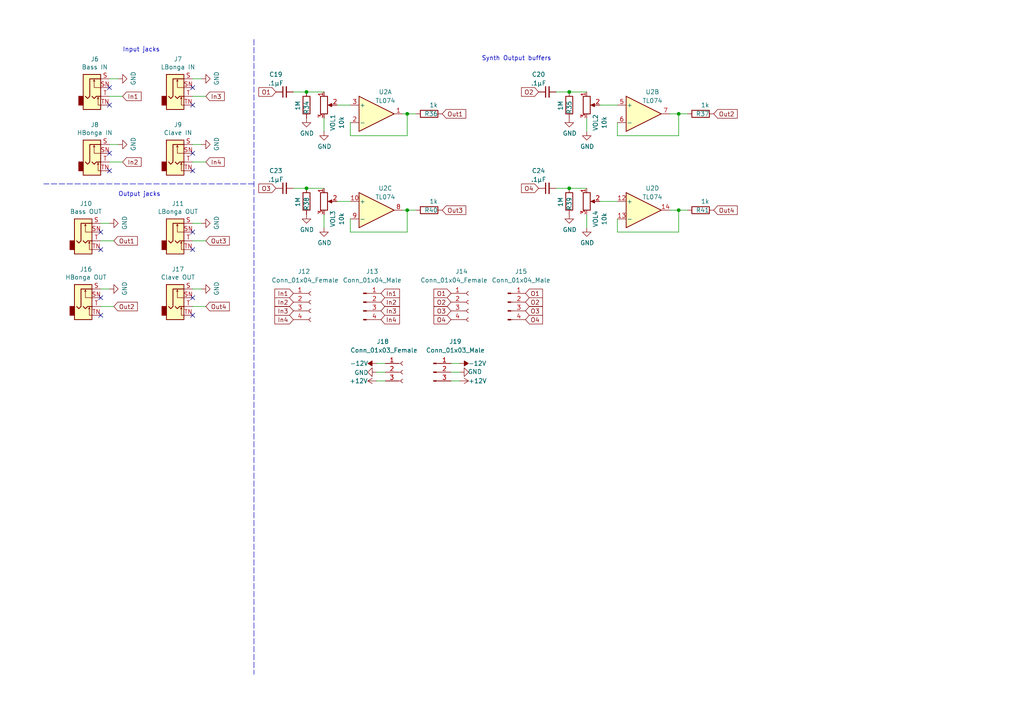
<source format=kicad_sch>
(kicad_sch (version 20211123) (generator eeschema)
  (paper "A4")
  (lib_symbols
    (symbol "Amplifier_Operational:TL074" (pin_names (offset 0.127))
      (property "Reference" "U" (at 0 5.08 0))
      (property "Value" "TL074" (at 0 -5.08 0))
      (symbol "TL074_1_1"
        (polyline (pts (xy -5.08 5.08) (xy 5.08 0) (xy -5.08 -5.08) (xy -5.08 5.08)) (stroke (width 0.254)) (fill (type background)))
        (pin output line (at 7.62 0 180) (length 2.54) (name "~") (number "1"))
        (pin input line (at -7.62 -2.54 0) (length 2.54) (name "-") (number "2"))
        (pin input line (at -7.62 2.54 0) (length 2.54) (name "+") (number "3"))
      )
      (symbol "TL074_2_1"
        (polyline (pts (xy -5.08 5.08) (xy 5.08 0) (xy -5.08 -5.08) (xy -5.08 5.08)) (stroke (width 0.254)) (fill (type background)))
        (pin input line (at -7.62 2.54 0) (length 2.54) (name "+") (number "5"))
        (pin input line (at -7.62 -2.54 0) (length 2.54) (name "-") (number "6"))
        (pin output line (at 7.62 0 180) (length 2.54) (name "~") (number "7"))
      )
      (symbol "TL074_3_1"
        (polyline (pts (xy -5.08 5.08) (xy 5.08 0) (xy -5.08 -5.08) (xy -5.08 5.08)) (stroke (width 0.254)) (fill (type background)))
        (pin input line (at -7.62 2.54 0) (length 2.54) (name "+") (number "10"))
        (pin output line (at 7.62 0 180) (length 2.54) (name "~") (number "8"))
        (pin input line (at -7.62 -2.54 0) (length 2.54) (name "-") (number "9"))
      )
      (symbol "TL074_4_1"
        (polyline (pts (xy -5.08 5.08) (xy 5.08 0) (xy -5.08 -5.08) (xy -5.08 5.08)) (stroke (width 0.254)) (fill (type background)))
        (pin input line (at -7.62 2.54 0) (length 2.54) (name "+") (number "12"))
        (pin input line (at -7.62 -2.54 0) (length 2.54) (name "-") (number "13"))
        (pin output line (at 7.62 0 180) (length 2.54) (name "~") (number "14"))
      )
      (symbol "TL074_5_1"
        (pin power_in line (at -2.54 -7.62 90) (length 3.81) (name "V-") (number "11"))
        (pin power_in line (at -2.54 7.62 270) (length 3.81) (name "V+") (number "4"))
      )
    )
    (symbol "Connector:AudioJack2_Switch"
      (property "Reference" "J" (at 0 11.43 0))
      (property "Value" "AudioJack2_Switch" (at 0 8.89 0))
      (symbol "AudioJack2_Switch_0_1"
        (rectangle (start -2.54 0) (end -3.81 -2.54) (stroke (width 0.254)) (fill (type outline)))
        (rectangle (start 2.54 6.35) (end -2.54 -3.81) (stroke (width 0.254)) (fill (type background)))
      )
      (symbol "AudioJack2_Switch_1_1"
        (polyline (pts (xy 0.635 4.826) (xy 0.889 4.318)))
        (polyline (pts (xy 1.778 -0.254) (xy 2.032 -0.762)))
        (polyline (pts (xy 0 0) (xy 0.635 -0.635) (xy 1.27 0) (xy 2.54 0)) (stroke (width 0.254)))
        (polyline (pts (xy 2.54 -2.54) (xy 1.778 -2.54) (xy 1.778 -0.254) (xy 1.524 -0.762)))
        (polyline (pts (xy 2.54 2.54) (xy 0.635 2.54) (xy 0.635 4.826) (xy 0.381 4.318)))
        (polyline (pts (xy 2.54 5.08) (xy -0.635 5.08) (xy -0.635 0) (xy -1.27 -0.635) (xy -1.905 0)) (stroke (width 0.254)))
        (pin passive line (at 5.08 5.08 180) (length 2.54) (name "~") (number "S"))
        (pin passive line (at 5.08 2.54 180) (length 2.54) (name "~") (number "SN"))
        (pin passive line (at 5.08 0 180) (length 2.54) (name "~") (number "T"))
        (pin passive line (at 5.08 -2.54 180) (length 2.54) (name "~") (number "TN"))
      )
    )
    (symbol "Connector:Conn_01x03_Female" (pin_names (offset 1.016) hide)
      (property "Reference" "J" (at 0 5.08 0))
      (property "Value" "Conn_01x03_Female" (at 0 -5.08 0))
      (symbol "Conn_01x03_Female_1_1"
        (arc (start 0 -2.032) (mid -0.508 -2.54) (end 0 -3.048) (stroke (width 0.1524)))
        (polyline (pts (xy -1.27 -2.54) (xy -0.508 -2.54)) (stroke (width 0.1524)))
        (polyline (pts (xy -1.27 0) (xy -0.508 0)) (stroke (width 0.1524)))
        (polyline (pts (xy -1.27 2.54) (xy -0.508 2.54)) (stroke (width 0.1524)))
        (arc (start 0 0.508) (mid -0.508 0) (end 0 -0.508) (stroke (width 0.1524)))
        (arc (start 0 3.048) (mid -0.508 2.54) (end 0 2.032) (stroke (width 0.1524)))
        (pin passive line (at -5.08 2.54 0) (length 3.81) (name "Pin_1") (number "1"))
        (pin passive line (at -5.08 0 0) (length 3.81) (name "Pin_2") (number "2"))
        (pin passive line (at -5.08 -2.54 0) (length 3.81) (name "Pin_3") (number "3"))
      )
    )
    (symbol "Connector:Conn_01x03_Male" (pin_names (offset 1.016) hide)
      (property "Reference" "J" (at 0 5.08 0))
      (property "Value" "Conn_01x03_Male" (at 0 -5.08 0))
      (symbol "Conn_01x03_Male_1_1"
        (polyline (pts (xy 1.27 -2.54) (xy 0.8636 -2.54)) (stroke (width 0.1524)))
        (polyline (pts (xy 1.27 0) (xy 0.8636 0)) (stroke (width 0.1524)))
        (polyline (pts (xy 1.27 2.54) (xy 0.8636 2.54)) (stroke (width 0.1524)))
        (rectangle (start 0.8636 -2.413) (end 0 -2.667) (stroke (width 0.1524)) (fill (type outline)))
        (rectangle (start 0.8636 0.127) (end 0 -0.127) (stroke (width 0.1524)) (fill (type outline)))
        (rectangle (start 0.8636 2.667) (end 0 2.413) (stroke (width 0.1524)) (fill (type outline)))
        (pin passive line (at 5.08 2.54 180) (length 3.81) (name "Pin_1") (number "1"))
        (pin passive line (at 5.08 0 180) (length 3.81) (name "Pin_2") (number "2"))
        (pin passive line (at 5.08 -2.54 180) (length 3.81) (name "Pin_3") (number "3"))
      )
    )
    (symbol "Connector:Conn_01x04_Female" (pin_names (offset 1.016) hide)
      (property "Reference" "J" (at 0 5.08 0))
      (property "Value" "Conn_01x04_Female" (at 0 -7.62 0))
      (symbol "Conn_01x04_Female_1_1"
        (arc (start 0 -4.572) (mid -0.508 -5.08) (end 0 -5.588) (stroke (width 0.1524)))
        (arc (start 0 -2.032) (mid -0.508 -2.54) (end 0 -3.048) (stroke (width 0.1524)))
        (polyline (pts (xy -1.27 -5.08) (xy -0.508 -5.08)) (stroke (width 0.1524)))
        (polyline (pts (xy -1.27 -2.54) (xy -0.508 -2.54)) (stroke (width 0.1524)))
        (polyline (pts (xy -1.27 0) (xy -0.508 0)) (stroke (width 0.1524)))
        (polyline (pts (xy -1.27 2.54) (xy -0.508 2.54)) (stroke (width 0.1524)))
        (arc (start 0 0.508) (mid -0.508 0) (end 0 -0.508) (stroke (width 0.1524)))
        (arc (start 0 3.048) (mid -0.508 2.54) (end 0 2.032) (stroke (width 0.1524)))
        (pin passive line (at -5.08 2.54 0) (length 3.81) (name "Pin_1") (number "1"))
        (pin passive line (at -5.08 0 0) (length 3.81) (name "Pin_2") (number "2"))
        (pin passive line (at -5.08 -2.54 0) (length 3.81) (name "Pin_3") (number "3"))
        (pin passive line (at -5.08 -5.08 0) (length 3.81) (name "Pin_4") (number "4"))
      )
    )
    (symbol "Connector:Conn_01x04_Male" (pin_names (offset 1.016) hide)
      (property "Reference" "J" (at 0 5.08 0))
      (property "Value" "Conn_01x04_Male" (at 0 -7.62 0))
      (symbol "Conn_01x04_Male_1_1"
        (polyline (pts (xy 1.27 -5.08) (xy 0.8636 -5.08)) (stroke (width 0.1524)))
        (polyline (pts (xy 1.27 -2.54) (xy 0.8636 -2.54)) (stroke (width 0.1524)))
        (polyline (pts (xy 1.27 0) (xy 0.8636 0)) (stroke (width 0.1524)))
        (polyline (pts (xy 1.27 2.54) (xy 0.8636 2.54)) (stroke (width 0.1524)))
        (rectangle (start 0.8636 -4.953) (end 0 -5.207) (stroke (width 0.1524)) (fill (type outline)))
        (rectangle (start 0.8636 -2.413) (end 0 -2.667) (stroke (width 0.1524)) (fill (type outline)))
        (rectangle (start 0.8636 0.127) (end 0 -0.127) (stroke (width 0.1524)) (fill (type outline)))
        (rectangle (start 0.8636 2.667) (end 0 2.413) (stroke (width 0.1524)) (fill (type outline)))
        (pin passive line (at 5.08 2.54 180) (length 3.81) (name "Pin_1") (number "1"))
        (pin passive line (at 5.08 0 180) (length 3.81) (name "Pin_2") (number "2"))
        (pin passive line (at 5.08 -2.54 180) (length 3.81) (name "Pin_3") (number "3"))
        (pin passive line (at 5.08 -5.08 180) (length 3.81) (name "Pin_4") (number "4"))
      )
    )
    (symbol "Device:C_Small" (pin_numbers hide) (pin_names (offset 0.254) hide)
      (property "Reference" "C" (at 0.254 1.778 0))
      (property "Value" "C_Small" (at 0.254 -2.032 0))
      (symbol "C_Small_0_1"
        (polyline (pts (xy -1.524 -0.508) (xy 1.524 -0.508)) (stroke (width 0.3302)))
        (polyline (pts (xy -1.524 0.508) (xy 1.524 0.508)) (stroke (width 0.3048)))
      )
      (symbol "C_Small_1_1"
        (pin passive line (at 0 2.54 270) (length 2.032) (name "~") (number "1"))
        (pin passive line (at 0 -2.54 90) (length 2.032) (name "~") (number "2"))
      )
    )
    (symbol "Device:R" (pin_numbers hide) (pin_names (offset 0))
      (property "Reference" "R" (at 2.032 0 90))
      (property "Value" "R" (at 0 0 90))
      (symbol "R_0_1"
        (rectangle (start -1.016 -2.54) (end 1.016 2.54) (stroke (width 0.254)))
      )
      (symbol "R_1_1"
        (pin passive line (at 0 3.81 270) (length 1.27) (name "~") (number "1"))
        (pin passive line (at 0 -3.81 90) (length 1.27) (name "~") (number "2"))
      )
    )
    (symbol "Device:R_POT" (pin_names (offset 1.016) hide)
      (property "Reference" "RV" (at -4.445 0 90))
      (property "Value" "Device_R_POT" (at -2.54 0 90))
      (symbol "R_POT_0_1"
        (polyline (pts (xy 2.54 0) (xy 1.524 0)))
        (polyline (pts (xy 1.143 0) (xy 2.286 0.508) (xy 2.286 -0.508) (xy 1.143 0)) (fill (type outline)))
        (rectangle (start 1.016 2.54) (end -1.016 -2.54) (stroke (width 0.254)))
      )
      (symbol "R_POT_1_1"
        (pin passive line (at 0 3.81 270) (length 1.27) (name "1") (number "1"))
        (pin passive line (at 3.81 0 180) (length 1.27) (name "2") (number "2"))
        (pin passive line (at 0 -3.81 90) (length 1.27) (name "3") (number "3"))
      )
    )
    (symbol "power:+12V" (power) (pin_names (offset 0))
      (property "Value" "+12V" (at 0 3.556 0))
      (symbol "+12V_0_1"
        (polyline (pts (xy -0.762 1.27) (xy 0 2.54)))
        (polyline (pts (xy 0 0) (xy 0 2.54)))
        (polyline (pts (xy 0 2.54) (xy 0.762 1.27)))
      )
      (symbol "+12V_1_1"
        (pin power_in line (at 0 0 90) (length 0) hide (name "+12V") (number "1"))
      )
    )
    (symbol "power:-12V" (power) (pin_names (offset 0))
      (property "Value" "-12V" (at 0 3.81 0))
      (symbol "-12V_0_0"
        (pin power_in line (at 0 0 90) (length 0) hide (name "-12V") (number "1"))
      )
      (symbol "-12V_0_1"
        (polyline (pts (xy 0 0) (xy 0 1.27) (xy 0.762 1.27) (xy 0 2.54) (xy -0.762 1.27) (xy 0 1.27)) (fill (type outline)))
      )
    )
    (symbol "power:GND" (power) (pin_names (offset 0))
      (property "Value" "GND" (at 0 -3.81 0))
      (symbol "GND_0_1"
        (polyline (pts (xy 0 0) (xy 0 -1.27) (xy 1.27 -1.27) (xy 0 -2.54) (xy -1.27 -1.27) (xy 0 -1.27)))
      )
      (symbol "GND_1_1"
        (pin power_in line (at 0 0 270) (length 0) hide (name "GND") (number "1"))
      )
    )
  )
  (junction (at 196.85 60.96))
  (junction (at 88.9 26.67))
  (junction (at 118.11 60.96))
  (junction (at 196.85 33.02))
  (junction (at 165.1 54.61))
  (junction (at 165.1 26.67))
  (junction (at 88.9 54.61))
  (junction (at 118.11 33.02))
  (no_connect (at 55.88 86.36))
  (no_connect (at 55.88 67.31))
  (no_connect (at 31.75 49.53))
  (no_connect (at 31.75 44.45))
  (no_connect (at 55.88 49.53))
  (no_connect (at 29.21 91.44))
  (no_connect (at 29.21 72.39))
  (no_connect (at 31.75 30.48))
  (no_connect (at 55.88 30.48))
  (no_connect (at 55.88 25.4))
  (no_connect (at 55.88 72.39))
  (no_connect (at 55.88 44.45))
  (no_connect (at 29.21 86.36))
  (no_connect (at 29.21 67.31))
  (no_connect (at 55.88 91.44))
  (no_connect (at 31.75 25.4))
  (wire (pts (xy 88.9 26.67) (xy 93.98 26.67)))
  (wire (pts (xy 173.99 30.48) (xy 179.07 30.48)))
  (wire (pts (xy 179.07 67.31) (xy 196.85 67.31)))
  (wire (pts (xy 31.75 41.91) (xy 34.29 41.91)))
  (wire (pts (xy 59.69 27.94) (xy 55.88 27.94)))
  (wire (pts (xy 161.29 54.61) (xy 165.1 54.61)))
  (wire (pts (xy 170.18 62.23) (xy 170.18 66.04)))
  (wire (pts (xy 55.88 83.82) (xy 58.42 83.82)))
  (wire (pts (xy 130.81 107.95) (xy 133.35 107.95)))
  (polyline (pts (xy 73.66 53.34) (xy 12.7 53.34)))
  (wire (pts (xy 109.22 110.49) (xy 111.76 110.49)))
  (polyline (pts (xy 73.66 11.43) (xy 73.66 195.58)))
  (wire (pts (xy 55.88 41.91) (xy 58.42 41.91)))
  (wire (pts (xy 170.18 34.29) (xy 170.18 38.1)))
  (wire (pts (xy 88.9 54.61) (xy 93.98 54.61)))
  (wire (pts (xy 101.6 67.31) (xy 101.6 63.5)))
  (wire (pts (xy 196.85 60.96) (xy 199.39 60.96)))
  (wire (pts (xy 35.56 46.99) (xy 31.75 46.99)))
  (wire (pts (xy 194.31 33.02) (xy 196.85 33.02)))
  (wire (pts (xy 118.11 60.96) (xy 120.65 60.96)))
  (wire (pts (xy 29.21 64.77) (xy 31.75 64.77)))
  (wire (pts (xy 59.69 46.99) (xy 55.88 46.99)))
  (wire (pts (xy 118.11 33.02) (xy 120.65 33.02)))
  (wire (pts (xy 194.31 60.96) (xy 196.85 60.96)))
  (wire (pts (xy 97.79 58.42) (xy 101.6 58.42)))
  (wire (pts (xy 93.98 34.29) (xy 93.98 38.1)))
  (wire (pts (xy 109.22 105.41) (xy 111.76 105.41)))
  (wire (pts (xy 130.81 110.49) (xy 133.35 110.49)))
  (wire (pts (xy 165.1 26.67) (xy 170.18 26.67)))
  (wire (pts (xy 55.88 22.86) (xy 58.42 22.86)))
  (wire (pts (xy 59.69 69.85) (xy 55.88 69.85)))
  (wire (pts (xy 85.09 54.61) (xy 88.9 54.61)))
  (wire (pts (xy 165.1 54.61) (xy 170.18 54.61)))
  (wire (pts (xy 93.98 62.23) (xy 93.98 66.04)))
  (wire (pts (xy 101.6 39.37) (xy 101.6 35.56)))
  (wire (pts (xy 33.02 69.85) (xy 29.21 69.85)))
  (wire (pts (xy 109.22 107.95) (xy 111.76 107.95)))
  (wire (pts (xy 33.02 88.9) (xy 29.21 88.9)))
  (wire (pts (xy 97.79 30.48) (xy 101.6 30.48)))
  (wire (pts (xy 179.07 39.37) (xy 179.07 35.56)))
  (wire (pts (xy 196.85 67.31) (xy 196.85 60.96)))
  (wire (pts (xy 101.6 39.37) (xy 118.11 39.37)))
  (wire (pts (xy 31.75 22.86) (xy 34.29 22.86)))
  (wire (pts (xy 196.85 33.02) (xy 199.39 33.02)))
  (wire (pts (xy 130.81 105.41) (xy 133.35 105.41)))
  (wire (pts (xy 118.11 33.02) (xy 118.11 39.37)))
  (wire (pts (xy 55.88 64.77) (xy 58.42 64.77)))
  (wire (pts (xy 161.29 26.67) (xy 165.1 26.67)))
  (wire (pts (xy 173.99 58.42) (xy 179.07 58.42)))
  (wire (pts (xy 116.84 33.02) (xy 118.11 33.02)))
  (wire (pts (xy 29.21 83.82) (xy 31.75 83.82)))
  (wire (pts (xy 118.11 60.96) (xy 118.11 67.31)))
  (wire (pts (xy 196.85 39.37) (xy 196.85 33.02)))
  (wire (pts (xy 59.69 88.9) (xy 55.88 88.9)))
  (wire (pts (xy 85.09 26.67) (xy 88.9 26.67)))
  (wire (pts (xy 101.6 67.31) (xy 118.11 67.31)))
  (wire (pts (xy 35.56 27.94) (xy 31.75 27.94)))
  (wire (pts (xy 116.84 60.96) (xy 118.11 60.96)))
  (wire (pts (xy 179.07 67.31) (xy 179.07 63.5)))
  (wire (pts (xy 179.07 39.37) (xy 196.85 39.37)))
  (text "Synth Output buffers" (at 139.7 17.78 0) (effects (font (size 1.27 1.27)) (justify left bottom)))
  (text "Input jacks" (at 35.56 15.24 0) (effects (font (size 1.27 1.27)) (justify left bottom)))
  (text "Output jacks" (at 34.29 57.15 0) (effects (font (size 1.27 1.27)) (justify left bottom)))
  (global_label "In2" (shape input) (at 85.09 87.63 180) (property "Intersheet References" "${INTERSHEET_REFS}" (effects hide)))
  (global_label "O3" (shape input) (at 80.01 54.61 180) (property "Intersheet References" "${INTERSHEET_REFS}" (effects hide)))
  (global_label "O3" (shape input) (at 152.4 90.17 0) (property "Intersheet References" "${INTERSHEET_REFS}" (effects hide)))
  (global_label "In1" (shape input) (at 110.49 85.09 0) (property "Intersheet References" "${INTERSHEET_REFS}" (effects hide)))
  (global_label "Out1" (shape input) (at 128.27 33.02 0) (property "Intersheet References" "${INTERSHEET_REFS}" (effects hide)))
  (global_label "Out3" (shape input) (at 59.69 69.85 0) (property "Intersheet References" "${INTERSHEET_REFS}" (effects hide)))
  (global_label "Out1" (shape input) (at 33.02 69.85 0) (property "Intersheet References" "${INTERSHEET_REFS}" (effects hide)))
  (global_label "In4" (shape input) (at 59.69 46.99 0) (property "Intersheet References" "${INTERSHEET_REFS}" (effects hide)))
  (global_label "O2" (shape input) (at 130.81 87.63 180) (property "Intersheet References" "${INTERSHEET_REFS}" (effects hide)))
  (global_label "O4" (shape input) (at 152.4 92.71 0) (property "Intersheet References" "${INTERSHEET_REFS}" (effects hide)))
  (global_label "In2" (shape input) (at 110.49 87.63 0) (property "Intersheet References" "${INTERSHEET_REFS}" (effects hide)))
  (global_label "In3" (shape input) (at 59.69 27.94 0) (property "Intersheet References" "${INTERSHEET_REFS}" (effects hide)))
  (global_label "O2" (shape input) (at 152.4 87.63 0) (property "Intersheet References" "${INTERSHEET_REFS}" (effects hide)))
  (global_label "O2" (shape input) (at 156.21 26.67 180) (property "Intersheet References" "${INTERSHEET_REFS}" (effects hide)))
  (global_label "Out3" (shape input) (at 128.27 60.96 0) (property "Intersheet References" "${INTERSHEET_REFS}" (effects hide)))
  (global_label "O3" (shape input) (at 130.81 90.17 180) (property "Intersheet References" "${INTERSHEET_REFS}" (effects hide)))
  (global_label "Out2" (shape input) (at 33.02 88.9 0) (property "Intersheet References" "${INTERSHEET_REFS}" (effects hide)))
  (global_label "Out4" (shape input) (at 207.01 60.96 0) (property "Intersheet References" "${INTERSHEET_REFS}" (effects hide)))
  (global_label "O4" (shape input) (at 156.21 54.61 180) (property "Intersheet References" "${INTERSHEET_REFS}" (effects hide)))
  (global_label "In2" (shape input) (at 35.56 46.99 0) (property "Intersheet References" "${INTERSHEET_REFS}" (effects hide)))
  (global_label "In1" (shape input) (at 85.09 85.09 180) (property "Intersheet References" "${INTERSHEET_REFS}" (effects hide)))
  (global_label "Out4" (shape input) (at 59.69 88.9 0) (property "Intersheet References" "${INTERSHEET_REFS}" (effects hide)))
  (global_label "O1" (shape input) (at 152.4 85.09 0) (property "Intersheet References" "${INTERSHEET_REFS}" (effects hide)))
  (global_label "In1" (shape input) (at 35.56 27.94 0) (property "Intersheet References" "${INTERSHEET_REFS}" (effects hide)))
  (global_label "In3" (shape input) (at 85.09 90.17 180) (property "Intersheet References" "${INTERSHEET_REFS}" (effects hide)))
  (global_label "In4" (shape input) (at 110.49 92.71 0) (property "Intersheet References" "${INTERSHEET_REFS}" (effects hide)))
  (global_label "O1" (shape input) (at 130.81 85.09 180) (property "Intersheet References" "${INTERSHEET_REFS}" (effects hide)))
  (global_label "O1" (shape input) (at 80.01 26.67 180) (property "Intersheet References" "${INTERSHEET_REFS}" (effects hide)))
  (global_label "Out2" (shape input) (at 207.01 33.02 0) (property "Intersheet References" "${INTERSHEET_REFS}" (effects hide)))
  (global_label "O4" (shape input) (at 130.81 92.71 180) (property "Intersheet References" "${INTERSHEET_REFS}" (effects hide)))
  (global_label "In4" (shape input) (at 85.09 92.71 180) (property "Intersheet References" "${INTERSHEET_REFS}" (effects hide)))
  (global_label "In3" (shape input) (at 110.49 90.17 0) (property "Intersheet References" "${INTERSHEET_REFS}" (effects hide)))
  (symbol (lib_id "Connector:AudioJack2_Switch") (at 26.67 27.94 0) (unit 1)
    (property "Reference" "J6" (at 27.4828 17.145 0))
    (property "Value" "Bass IN" (at 27.4828 19.4564 0))
    (property "Footprint" "Connector_Audio:Jack_3.5mm_QingPu_WQP-PJ398SM_Vertical_CircularHoles" (effects hide))
  )
  (symbol (lib_id "power:GND") (at 34.29 22.86 90) (unit 1)
    (property "Reference" "#PWR025" (effects hide))
    (property "Value" "GND" (at 38.6842 22.733 0))
  )
  (symbol (lib_id "Connector:AudioJack2_Switch") (at 26.67 46.99 0) (unit 1)
    (property "Reference" "J8" (at 27.4828 36.195 0))
    (property "Value" "HBonga IN" (at 27.4828 38.5064 0))
    (property "Footprint" "Connector_Audio:Jack_3.5mm_QingPu_WQP-PJ398SM_Vertical_CircularHoles" (effects hide))
  )
  (symbol (lib_id "power:GND") (at 34.29 41.91 90) (unit 1)
    (property "Reference" "#PWR031" (effects hide))
    (property "Value" "GND" (at 38.6842 41.783 0))
  )
  (symbol (lib_id "Connector:AudioJack2_Switch") (at 50.8 27.94 0) (unit 1)
    (property "Reference" "J7" (at 51.6128 17.145 0))
    (property "Value" "LBonga IN" (at 51.6128 19.4564 0))
    (property "Footprint" "Connector_Audio:Jack_3.5mm_QingPu_WQP-PJ398SM_Vertical_CircularHoles" (effects hide))
  )
  (symbol (lib_id "power:GND") (at 58.42 22.86 90) (unit 1)
    (property "Reference" "#PWR026" (effects hide))
    (property "Value" "GND" (at 62.8142 22.733 0))
  )
  (symbol (lib_id "Connector:AudioJack2_Switch") (at 50.8 46.99 0) (unit 1)
    (property "Reference" "J9" (at 51.6128 36.195 0))
    (property "Value" "Clave IN" (at 51.6128 38.5064 0))
    (property "Footprint" "Connector_Audio:Jack_3.5mm_QingPu_WQP-PJ398SM_Vertical_CircularHoles" (effects hide))
  )
  (symbol (lib_id "power:GND") (at 58.42 41.91 90) (unit 1)
    (property "Reference" "#PWR032" (effects hide))
    (property "Value" "GND" (at 62.8142 41.783 0))
  )
  (symbol (lib_id "Device:R") (at 124.46 60.96 270) (unit 1)
    (property "Reference" "R40" (at 127 60.96 90) (effects (justify right)))
    (property "Value" "1k" (at 127 58.42 90) (effects (justify right)))
    (property "Footprint" "Resistor_THT:R_Axial_DIN0207_L6.3mm_D2.5mm_P10.16mm_Horizontal" (effects hide))
  )
  (symbol (lib_id "Amplifier_Operational:TL074") (at 109.22 33.02 0) (unit 1)
    (property "Reference" "U2" (at 111.76 26.67 0))
    (property "Value" "TL074" (at 111.76 29.21 0))
    (property "Footprint" "Package_DIP:DIP-14_W7.62mm_Socket" (effects hide))
    (property "Datasheet" "http://www.ti.com/lit/ds/symlink/tl071.pdf" (effects hide))
  )
  (symbol (lib_id "Amplifier_Operational:TL074") (at 186.69 33.02 0) (unit 2)
    (property "Reference" "U2" (at 189.23 26.67 0))
    (property "Value" "TL074" (at 189.23 29.21 0))
    (property "Footprint" "Package_DIP:DIP-14_W7.62mm_Socket" (effects hide))
    (property "Datasheet" "http://www.ti.com/lit/ds/symlink/tl071.pdf" (effects hide))
  )
  (symbol (lib_id "Amplifier_Operational:TL074") (at 109.22 60.96 0) (unit 3)
    (property "Reference" "U2" (at 111.76 54.61 0))
    (property "Value" "TL074" (at 111.76 57.15 0))
    (property "Footprint" "Package_DIP:DIP-14_W7.62mm_Socket" (effects hide))
    (property "Datasheet" "http://www.ti.com/lit/ds/symlink/tl071.pdf" (effects hide))
  )
  (symbol (lib_id "Amplifier_Operational:TL074") (at 186.69 60.96 0) (unit 4)
    (property "Reference" "U2" (at 189.23 54.61 0))
    (property "Value" "TL074" (at 189.23 57.15 0))
    (property "Footprint" "Package_DIP:DIP-14_W7.62mm_Socket" (effects hide))
    (property "Datasheet" "http://www.ti.com/lit/ds/symlink/tl071.pdf" (effects hide))
  )
  (symbol (lib_id "Device:C_Small") (at 82.55 54.61 90) (unit 1)
    (property "Reference" "C23" (at 80.01 49.53 90))
    (property "Value" ".1µF" (at 80.01 52.07 90))
    (property "Footprint" "Capacitor_THT:C_Disc_D7.0mm_W2.5mm_P5.00mm" (effects hide))
  )
  (symbol (lib_id "Device:R") (at 88.9 58.42 0) (unit 1)
    (property "Reference" "R38" (at 88.9 57.15 90) (effects (justify right)))
    (property "Value" "1M" (at 86.36 57.15 90) (effects (justify right)))
    (property "Footprint" "Resistor_THT:R_Axial_DIN0207_L6.3mm_D2.5mm_P10.16mm_Horizontal" (effects hide))
  )
  (symbol (lib_id "power:GND") (at 88.9 62.23 0) (unit 1)
    (property "Reference" "#PWR033" (effects hide))
    (property "Value" "GND" (at 89.027 66.6242 0))
  )
  (symbol (lib_id "Device:R_POT") (at 93.98 58.42 0) (unit 1)
    (property "Reference" "VOL3" (at 96.52 63.5 90))
    (property "Value" "10k" (at 99.06 63.5 90))
    (property "Footprint" "Potentiometer_THT:Potentiometer_Bourns_PTV09A-1_Single_Vertical" (effects hide))
  )
  (symbol (lib_id "Device:R_POT") (at 170.18 30.48 0) (unit 1)
    (property "Reference" "VOL2" (at 172.72 35.56 90))
    (property "Value" "10k" (at 175.26 35.56 90))
    (property "Footprint" "Potentiometer_THT:Potentiometer_Bourns_PTV09A-1_Single_Vertical" (effects hide))
  )
  (symbol (lib_id "Device:R_POT") (at 170.18 58.42 0) (unit 1)
    (property "Reference" "VOL4" (at 172.72 63.5 90))
    (property "Value" "10k" (at 175.26 63.5 90))
    (property "Footprint" "Potentiometer_THT:Potentiometer_Bourns_PTV09A-1_Single_Vertical" (effects hide))
  )
  (symbol (lib_id "Device:C_Small") (at 158.75 54.61 90) (unit 1)
    (property "Reference" "C24" (at 156.21 49.53 90))
    (property "Value" ".1µF" (at 156.21 52.07 90))
    (property "Footprint" "Capacitor_THT:C_Disc_D7.0mm_W2.5mm_P5.00mm" (effects hide))
  )
  (symbol (lib_id "Device:R") (at 165.1 58.42 0) (unit 1)
    (property "Reference" "R39" (at 165.1 57.15 90) (effects (justify right)))
    (property "Value" "1M" (at 162.56 57.15 90) (effects (justify right)))
    (property "Footprint" "Resistor_THT:R_Axial_DIN0207_L6.3mm_D2.5mm_P10.16mm_Horizontal" (effects hide))
  )
  (symbol (lib_id "power:GND") (at 165.1 62.23 0) (unit 1)
    (property "Reference" "#PWR034" (effects hide))
    (property "Value" "GND" (at 165.227 66.6242 0))
  )
  (symbol (lib_id "Device:C_Small") (at 158.75 26.67 90) (unit 1)
    (property "Reference" "C20" (at 156.21 21.59 90))
    (property "Value" ".1µF" (at 156.21 24.13 90))
    (property "Footprint" "Capacitor_THT:C_Disc_D7.0mm_W2.5mm_P5.00mm" (effects hide))
  )
  (symbol (lib_id "Device:R") (at 165.1 30.48 0) (unit 1)
    (property "Reference" "R35" (at 165.1 29.21 90) (effects (justify right)))
    (property "Value" "1M" (at 162.56 29.21 90) (effects (justify right)))
    (property "Footprint" "Resistor_THT:R_Axial_DIN0207_L6.3mm_D2.5mm_P10.16mm_Horizontal" (effects hide))
  )
  (symbol (lib_id "power:GND") (at 165.1 34.29 0) (unit 1)
    (property "Reference" "#PWR028" (effects hide))
    (property "Value" "GND" (at 165.227 38.6842 0))
  )
  (symbol (lib_id "Device:C_Small") (at 82.55 26.67 90) (unit 1)
    (property "Reference" "C19" (at 80.01 21.59 90))
    (property "Value" ".1µF" (at 80.01 24.13 90))
    (property "Footprint" "Capacitor_THT:C_Disc_D7.0mm_W2.5mm_P5.00mm" (effects hide))
  )
  (symbol (lib_id "Device:R") (at 88.9 30.48 0) (unit 1)
    (property "Reference" "R34" (at 88.9 29.21 90) (effects (justify right)))
    (property "Value" "1M" (at 86.36 29.21 90) (effects (justify right)))
    (property "Footprint" "Resistor_THT:R_Axial_DIN0207_L6.3mm_D2.5mm_P10.16mm_Horizontal" (effects hide))
  )
  (symbol (lib_id "power:GND") (at 88.9 34.29 0) (unit 1)
    (property "Reference" "#PWR027" (effects hide))
    (property "Value" "GND" (at 89.027 38.6842 0))
  )
  (symbol (lib_id "power:GND") (at 93.98 66.04 0) (unit 1)
    (property "Reference" "#PWR037" (effects hide))
    (property "Value" "GND" (at 94.107 70.4342 0))
  )
  (symbol (lib_id "Device:R_POT") (at 93.98 30.48 0) (unit 1)
    (property "Reference" "VOL1" (at 96.52 35.56 90))
    (property "Value" "10k" (at 99.06 35.56 90))
    (property "Footprint" "Potentiometer_THT:Potentiometer_Bourns_PTV09A-1_Single_Vertical" (effects hide))
  )
  (symbol (lib_id "power:GND") (at 93.98 38.1 0) (unit 1)
    (property "Reference" "#PWR029" (effects hide))
    (property "Value" "GND" (at 94.107 42.4942 0))
  )
  (symbol (lib_id "Connector:AudioJack2_Switch") (at 24.13 69.85 0) (unit 1)
    (property "Reference" "J10" (at 24.9428 59.055 0))
    (property "Value" "Bass OUT" (at 24.9428 61.3664 0))
    (property "Footprint" "Connector_Audio:Jack_3.5mm_QingPu_WQP-PJ398SM_Vertical_CircularHoles" (effects hide))
  )
  (symbol (lib_id "power:GND") (at 31.75 64.77 90) (unit 1)
    (property "Reference" "#PWR035" (effects hide))
    (property "Value" "GND" (at 36.1442 64.643 0))
  )
  (symbol (lib_id "Connector:AudioJack2_Switch") (at 24.13 88.9 0) (unit 1)
    (property "Reference" "J16" (at 24.9428 78.105 0))
    (property "Value" "HBonga OUT" (at 24.9428 80.4164 0))
    (property "Footprint" "Connector_Audio:Jack_3.5mm_QingPu_WQP-PJ398SM_Vertical_CircularHoles" (effects hide))
  )
  (symbol (lib_id "power:GND") (at 31.75 83.82 90) (unit 1)
    (property "Reference" "#PWR039" (effects hide))
    (property "Value" "GND" (at 36.1442 83.693 0))
  )
  (symbol (lib_id "Connector:AudioJack2_Switch") (at 50.8 69.85 0) (unit 1)
    (property "Reference" "J11" (at 51.6128 59.055 0))
    (property "Value" "LBonga OUT" (at 51.6128 61.3664 0))
    (property "Footprint" "Connector_Audio:Jack_3.5mm_QingPu_WQP-PJ398SM_Vertical_CircularHoles" (effects hide))
  )
  (symbol (lib_id "power:GND") (at 58.42 64.77 90) (unit 1)
    (property "Reference" "#PWR036" (effects hide))
    (property "Value" "GND" (at 62.8142 64.643 0))
  )
  (symbol (lib_id "Connector:AudioJack2_Switch") (at 50.8 88.9 0) (unit 1)
    (property "Reference" "J17" (at 51.6128 78.105 0))
    (property "Value" "Clave OUT" (at 51.6128 80.4164 0))
    (property "Footprint" "Connector_Audio:Jack_3.5mm_QingPu_WQP-PJ398SM_Vertical_CircularHoles" (effects hide))
  )
  (symbol (lib_id "power:GND") (at 58.42 83.82 90) (unit 1)
    (property "Reference" "#PWR040" (effects hide))
    (property "Value" "GND" (at 62.8142 83.693 0))
  )
  (symbol (lib_id "power:GND") (at 170.18 66.04 0) (unit 1)
    (property "Reference" "#PWR038" (effects hide))
    (property "Value" "GND" (at 170.307 70.4342 0))
  )
  (symbol (lib_id "power:GND") (at 170.18 38.1 0) (unit 1)
    (property "Reference" "#PWR030" (effects hide))
    (property "Value" "GND" (at 170.307 42.4942 0))
  )
  (symbol (lib_id "Connector:Conn_01x04_Female") (at 135.89 87.63 0) (unit 1)
    (property "Reference" "J14" (at 132.08 78.74 0) (effects (justify left)))
    (property "Value" "Conn_01x04_Female" (at 121.92 81.28 0) (effects (justify left)))
    (property "Footprint" "Connector_PinSocket_2.54mm:PinSocket_1x04_P2.54mm_Vertical" (effects hide))
  )
  (symbol (lib_id "Connector:Conn_01x04_Male") (at 147.32 87.63 0) (unit 1)
    (property "Reference" "J15" (at 151.13 78.74 0))
    (property "Value" "Conn_01x04_Male" (at 151.13 81.28 0))
    (property "Footprint" "Connector_PinHeader_2.54mm:PinHeader_1x04_P2.54mm_Vertical" (effects hide))
  )
  (symbol (lib_id "Connector:Conn_01x04_Female") (at 90.17 87.63 0) (unit 1)
    (property "Reference" "J12" (at 86.36 78.74 0) (effects (justify left)))
    (property "Value" "Conn_01x04_Female" (at 78.74 81.28 0) (effects (justify left)))
    (property "Footprint" "Connector_PinSocket_2.54mm:PinSocket_1x04_P2.54mm_Vertical" (effects hide))
  )
  (symbol (lib_id "Connector:Conn_01x04_Male") (at 105.41 87.63 0) (unit 1)
    (property "Reference" "J13" (at 107.95 78.74 0))
    (property "Value" "Conn_01x04_Male" (at 107.95 81.28 0))
    (property "Footprint" "Connector_PinHeader_2.54mm:PinHeader_1x04_P2.54mm_Vertical" (effects hide))
  )
  (symbol (lib_id "Device:R") (at 124.46 33.02 270) (unit 1)
    (property "Reference" "R36" (at 127 33.02 90) (effects (justify right)))
    (property "Value" "1k" (at 127 30.48 90) (effects (justify right)))
    (property "Footprint" "Resistor_THT:R_Axial_DIN0207_L6.3mm_D2.5mm_P10.16mm_Horizontal" (effects hide))
  )
  (symbol (lib_id "Device:R") (at 203.2 33.02 270) (unit 1)
    (property "Reference" "R37" (at 205.74 33.02 90) (effects (justify right)))
    (property "Value" "1k" (at 205.74 30.48 90) (effects (justify right)))
    (property "Footprint" "Resistor_THT:R_Axial_DIN0207_L6.3mm_D2.5mm_P10.16mm_Horizontal" (effects hide))
  )
  (symbol (lib_id "Device:R") (at 203.2 60.96 270) (unit 1)
    (property "Reference" "R41" (at 205.74 60.96 90) (effects (justify right)))
    (property "Value" "1k" (at 205.74 58.42 90) (effects (justify right)))
    (property "Footprint" "Resistor_THT:R_Axial_DIN0207_L6.3mm_D2.5mm_P10.16mm_Horizontal" (effects hide))
  )
  (symbol (lib_id "power:+12V") (at 109.22 110.49 90) (unit 1)
    (property "Reference" "#PWR045" (effects hide))
    (property "Value" "+12V" (at 106.68 110.49 90) (effects (justify left)))
  )
  (symbol (lib_id "Connector:Conn_01x03_Male") (at 125.73 107.95 0) (unit 1)
    (property "Reference" "J19" (at 132.08 99.06 0))
    (property "Value" "Conn_01x03_Male" (at 132.08 101.6 0))
    (property "Footprint" "Connector_PinHeader_2.54mm:PinHeader_1x03_P2.54mm_Vertical" (effects hide))
  )
  (symbol (lib_id "power:+12V") (at 133.35 110.49 270) (unit 1)
    (property "Reference" "#PWR046" (effects hide))
    (property "Value" "+12V" (at 135.89 110.49 90) (effects (justify left)))
  )
  (symbol (lib_id "power:-12V") (at 133.35 105.41 270) (unit 1)
    (property "Reference" "#PWR042" (effects hide))
    (property "Value" "-12V" (at 138.43 105.41 90))
  )
  (symbol (lib_id "power:-12V") (at 109.22 105.41 90) (unit 1)
    (property "Reference" "#PWR041" (effects hide))
    (property "Value" "-12V" (at 104.14 105.41 90))
  )
  (symbol (lib_id "power:GND") (at 109.22 107.95 270) (unit 1)
    (property "Reference" "#PWR043" (effects hide))
    (property "Value" "GND" (at 104.8258 108.077 90))
  )
  (symbol (lib_id "Connector:Conn_01x03_Female") (at 116.84 107.95 0) (unit 1)
    (property "Reference" "J18" (at 109.22 99.06 0) (effects (justify left)))
    (property "Value" "Conn_01x03_Female" (at 101.6 101.6 0) (effects (justify left)))
    (property "Footprint" "Connector_PinSocket_2.54mm:PinSocket_1x03_P2.54mm_Vertical" (effects hide))
  )
  (symbol (lib_id "power:GND") (at 133.35 107.95 90) (unit 1)
    (property "Reference" "#PWR044" (effects hide))
    (property "Value" "GND" (at 137.7442 107.823 90))
  )
)
</source>
